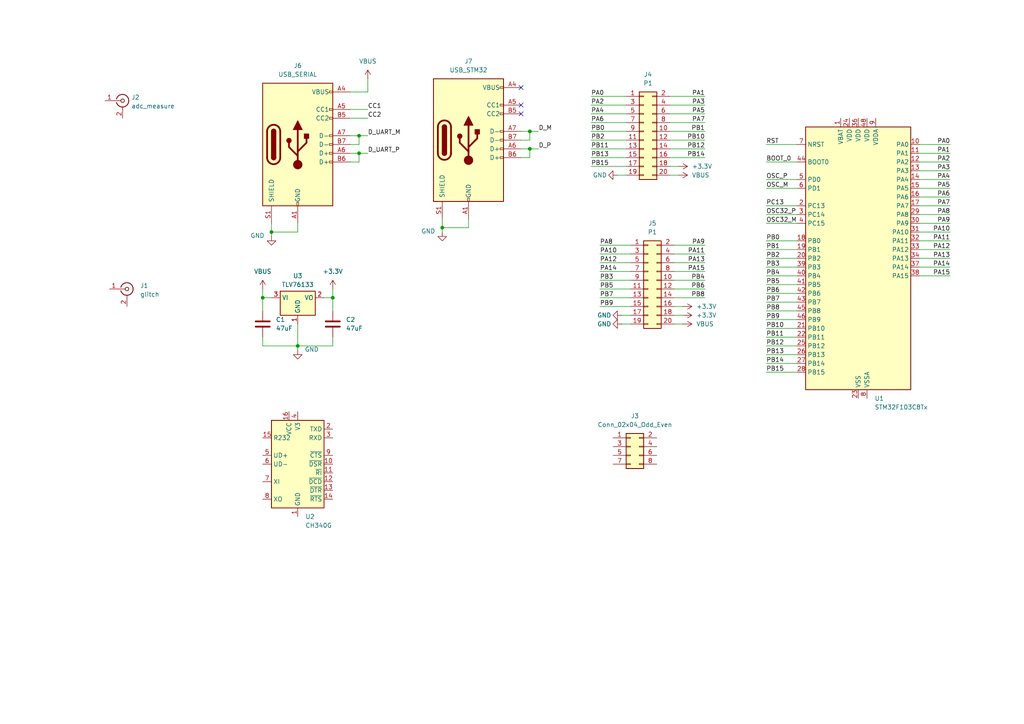
<source format=kicad_sch>
(kicad_sch (version 20231120) (generator "eeschema") (generator_version "8.0")
  (paper "A4")
  (lib_symbols
    (symbol "Connector:Conn_Coaxial" (pin_names (offset 1.016) hide)
      (property "Reference" "J" (at 0.254 3.048 0))
      (property "Value" "Conn_Coaxial" (at 2.921 0 90))
      (symbol "Conn_Coaxial_0_1"
        (arc (start -1.778 -0.508) (mid 0.2311 -1.8066) (end 1.778 0) (stroke (width 0.254)))
        (polyline (pts (xy -2.54 0) (xy -0.508 0)))
        (polyline (pts (xy 0 -2.54) (xy 0 -1.778)))
        (circle (center 0 0) (radius 0.508) (stroke (width 0.2032)))
        (arc (start 1.778 0) (mid 0.2099 1.8101) (end -1.778 0.508) (stroke (width 0.254)))
      )
      (symbol "Conn_Coaxial_1_1"
        (pin passive line (at -5.08 0 0) (length 2.54) (name "In") (number "1"))
        (pin passive line (at 0 -5.08 90) (length 2.54) (name "Ext") (number "2"))
      )
    )
    (symbol "Connector:USB_C_Receptacle_USB2.0_14P" (pin_names (offset 1.016))
      (property "Reference" "J" (at 0 22.225 0))
      (property "Value" "USB_C_Receptacle_USB2.0_14P" (at 0 19.685 0))
      (symbol "USB_C_Receptacle_USB2.0_14P_0_0"
        (rectangle (start -0.254 -17.78) (end 0.254 -16.764))
        (rectangle (start 10.16 -4.826) (end 9.144 -5.334))
        (rectangle (start 10.16 -2.286) (end 9.144 -2.794))
        (rectangle (start 10.16 0.254) (end 9.144 -0.254))
        (rectangle (start 10.16 2.794) (end 9.144 2.286))
        (rectangle (start 10.16 7.874) (end 9.144 7.366))
        (rectangle (start 10.16 10.414) (end 9.144 9.906))
        (rectangle (start 10.16 15.494) (end 9.144 14.986))
      )
      (symbol "USB_C_Receptacle_USB2.0_14P_0_1"
        (rectangle (start -10.16 17.78) (end 10.16 -17.78) (stroke (width 0.254)) (fill (type background)))
        (arc (start -8.89 -3.81) (mid -6.985 -5.7067) (end -5.08 -3.81) (stroke (width 0.508)))
        (arc (start -7.62 -3.81) (mid -6.985 -4.4423) (end -6.35 -3.81) (stroke (width 0.254)))
        (arc (start -7.62 -3.81) (mid -6.985 -4.4423) (end -6.35 -3.81) (stroke (width 0.254)) (fill (type outline)))
        (rectangle (start -7.62 -3.81) (end -6.35 3.81) (stroke (width 0.254)) (fill (type outline)))
        (arc (start -6.35 3.81) (mid -6.985 4.4423) (end -7.62 3.81) (stroke (width 0.254)))
        (arc (start -6.35 3.81) (mid -6.985 4.4423) (end -7.62 3.81) (stroke (width 0.254)) (fill (type outline)))
        (arc (start -5.08 3.81) (mid -6.985 5.7067) (end -8.89 3.81) (stroke (width 0.508)))
        (circle (center -2.54 1.143) (radius 0.635) (stroke (width 0.254)) (fill (type outline)))
        (circle (center 0 -5.842) (radius 1.27) (fill (type outline)))
        (polyline (pts (xy -8.89 -3.81) (xy -8.89 3.81)) (stroke (width 0.508)))
        (polyline (pts (xy -5.08 3.81) (xy -5.08 -3.81)) (stroke (width 0.508)))
        (polyline (pts (xy 0 -5.842) (xy 0 4.318)) (stroke (width 0.508)))
        (polyline (pts (xy 0 -3.302) (xy -2.54 -0.762) (xy -2.54 0.508)) (stroke (width 0.508)))
        (polyline (pts (xy 0 -2.032) (xy 2.54 0.508) (xy 2.54 1.778)) (stroke (width 0.508)))
        (polyline (pts (xy -1.27 4.318) (xy 0 6.858) (xy 1.27 4.318) (xy -1.27 4.318)) (stroke (width 0.254)) (fill (type outline)))
        (rectangle (start 1.905 1.778) (end 3.175 3.048) (stroke (width 0.254)) (fill (type outline)))
      )
      (symbol "USB_C_Receptacle_USB2.0_14P_1_1"
        (pin passive line (at 0 -22.86 90) (length 5.08) (name "GND") (number "A1"))
        (pin passive line (at 0 -22.86 90) (length 5.08) hide (name "GND") (number "A12"))
        (pin passive line (at 15.24 15.24 180) (length 5.08) (name "VBUS") (number "A4"))
        (pin bidirectional line (at 15.24 10.16 180) (length 5.08) (name "CC1") (number "A5"))
        (pin bidirectional line (at 15.24 -2.54 180) (length 5.08) (name "D+") (number "A6"))
        (pin bidirectional line (at 15.24 2.54 180) (length 5.08) (name "D-") (number "A7"))
        (pin passive line (at 15.24 15.24 180) (length 5.08) hide (name "VBUS") (number "A9"))
        (pin passive line (at 0 -22.86 90) (length 5.08) hide (name "GND") (number "B1"))
        (pin passive line (at 0 -22.86 90) (length 5.08) hide (name "GND") (number "B12"))
        (pin passive line (at 15.24 15.24 180) (length 5.08) hide (name "VBUS") (number "B4"))
        (pin bidirectional line (at 15.24 7.62 180) (length 5.08) (name "CC2") (number "B5"))
        (pin bidirectional line (at 15.24 -5.08 180) (length 5.08) (name "D+") (number "B6"))
        (pin bidirectional line (at 15.24 0 180) (length 5.08) (name "D-") (number "B7"))
        (pin passive line (at 15.24 15.24 180) (length 5.08) hide (name "VBUS") (number "B9"))
        (pin passive line (at -7.62 -22.86 90) (length 5.08) (name "SHIELD") (number "S1"))
      )
    )
    (symbol "Connector_Generic:Conn_02x04_Odd_Even" (pin_names (offset 1.016) hide)
      (property "Reference" "J" (at 1.27 5.08 0))
      (property "Value" "Conn_02x04_Odd_Even" (at 1.27 -7.62 0))
      (symbol "Conn_02x04_Odd_Even_1_1"
        (rectangle (start -1.27 -4.953) (end 0 -5.207) (stroke (width 0.1524)))
        (rectangle (start -1.27 -2.413) (end 0 -2.667) (stroke (width 0.1524)))
        (rectangle (start -1.27 0.127) (end 0 -0.127) (stroke (width 0.1524)))
        (rectangle (start -1.27 2.667) (end 0 2.413) (stroke (width 0.1524)))
        (rectangle (start -1.27 3.81) (end 3.81 -6.35) (stroke (width 0.254)) (fill (type background)))
        (rectangle (start 3.81 -4.953) (end 2.54 -5.207) (stroke (width 0.1524)))
        (rectangle (start 3.81 -2.413) (end 2.54 -2.667) (stroke (width 0.1524)))
        (rectangle (start 3.81 0.127) (end 2.54 -0.127) (stroke (width 0.1524)))
        (rectangle (start 3.81 2.667) (end 2.54 2.413) (stroke (width 0.1524)))
        (pin passive line (at -5.08 2.54 0) (length 3.81) (name "Pin_1") (number "1"))
        (pin passive line (at 7.62 2.54 180) (length 3.81) (name "Pin_2") (number "2"))
        (pin passive line (at -5.08 0 0) (length 3.81) (name "Pin_3") (number "3"))
        (pin passive line (at 7.62 0 180) (length 3.81) (name "Pin_4") (number "4"))
        (pin passive line (at -5.08 -2.54 0) (length 3.81) (name "Pin_5") (number "5"))
        (pin passive line (at 7.62 -2.54 180) (length 3.81) (name "Pin_6") (number "6"))
        (pin passive line (at -5.08 -5.08 0) (length 3.81) (name "Pin_7") (number "7"))
        (pin passive line (at 7.62 -5.08 180) (length 3.81) (name "Pin_8") (number "8"))
      )
    )
    (symbol "Connector_Generic:Conn_02x10_Odd_Even" (pin_names (offset 1.016) hide)
      (property "Reference" "J" (at 1.27 12.7 0))
      (property "Value" "Conn_02x10_Odd_Even" (at 1.27 -15.24 0))
      (symbol "Conn_02x10_Odd_Even_1_1"
        (rectangle (start -1.27 -12.573) (end 0 -12.827) (stroke (width 0.1524)))
        (rectangle (start -1.27 -10.033) (end 0 -10.287) (stroke (width 0.1524)))
        (rectangle (start -1.27 -7.493) (end 0 -7.747) (stroke (width 0.1524)))
        (rectangle (start -1.27 -4.953) (end 0 -5.207) (stroke (width 0.1524)))
        (rectangle (start -1.27 -2.413) (end 0 -2.667) (stroke (width 0.1524)))
        (rectangle (start -1.27 0.127) (end 0 -0.127) (stroke (width 0.1524)))
        (rectangle (start -1.27 2.667) (end 0 2.413) (stroke (width 0.1524)))
        (rectangle (start -1.27 5.207) (end 0 4.953) (stroke (width 0.1524)))
        (rectangle (start -1.27 7.747) (end 0 7.493) (stroke (width 0.1524)))
        (rectangle (start -1.27 10.287) (end 0 10.033) (stroke (width 0.1524)))
        (rectangle (start -1.27 11.43) (end 3.81 -13.97) (stroke (width 0.254)) (fill (type background)))
        (rectangle (start 3.81 -12.573) (end 2.54 -12.827) (stroke (width 0.1524)))
        (rectangle (start 3.81 -10.033) (end 2.54 -10.287) (stroke (width 0.1524)))
        (rectangle (start 3.81 -7.493) (end 2.54 -7.747) (stroke (width 0.1524)))
        (rectangle (start 3.81 -4.953) (end 2.54 -5.207) (stroke (width 0.1524)))
        (rectangle (start 3.81 -2.413) (end 2.54 -2.667) (stroke (width 0.1524)))
        (rectangle (start 3.81 0.127) (end 2.54 -0.127) (stroke (width 0.1524)))
        (rectangle (start 3.81 2.667) (end 2.54 2.413) (stroke (width 0.1524)))
        (rectangle (start 3.81 5.207) (end 2.54 4.953) (stroke (width 0.1524)))
        (rectangle (start 3.81 7.747) (end 2.54 7.493) (stroke (width 0.1524)))
        (rectangle (start 3.81 10.287) (end 2.54 10.033) (stroke (width 0.1524)))
        (pin passive line (at -5.08 10.16 0) (length 3.81) (name "Pin_1") (number "1"))
        (pin passive line (at 7.62 0 180) (length 3.81) (name "Pin_10") (number "10"))
        (pin passive line (at -5.08 -2.54 0) (length 3.81) (name "Pin_11") (number "11"))
        (pin passive line (at 7.62 -2.54 180) (length 3.81) (name "Pin_12") (number "12"))
        (pin passive line (at -5.08 -5.08 0) (length 3.81) (name "Pin_13") (number "13"))
        (pin passive line (at 7.62 -5.08 180) (length 3.81) (name "Pin_14") (number "14"))
        (pin passive line (at -5.08 -7.62 0) (length 3.81) (name "Pin_15") (number "15"))
        (pin passive line (at 7.62 -7.62 180) (length 3.81) (name "Pin_16") (number "16"))
        (pin passive line (at -5.08 -10.16 0) (length 3.81) (name "Pin_17") (number "17"))
        (pin passive line (at 7.62 -10.16 180) (length 3.81) (name "Pin_18") (number "18"))
        (pin passive line (at -5.08 -12.7 0) (length 3.81) (name "Pin_19") (number "19"))
        (pin passive line (at 7.62 10.16 180) (length 3.81) (name "Pin_2") (number "2"))
        (pin passive line (at 7.62 -12.7 180) (length 3.81) (name "Pin_20") (number "20"))
        (pin passive line (at -5.08 7.62 0) (length 3.81) (name "Pin_3") (number "3"))
        (pin passive line (at 7.62 7.62 180) (length 3.81) (name "Pin_4") (number "4"))
        (pin passive line (at -5.08 5.08 0) (length 3.81) (name "Pin_5") (number "5"))
        (pin passive line (at 7.62 5.08 180) (length 3.81) (name "Pin_6") (number "6"))
        (pin passive line (at -5.08 2.54 0) (length 3.81) (name "Pin_7") (number "7"))
        (pin passive line (at 7.62 2.54 180) (length 3.81) (name "Pin_8") (number "8"))
        (pin passive line (at -5.08 0 0) (length 3.81) (name "Pin_9") (number "9"))
      )
    )
    (symbol "Device:C" (pin_numbers hide) (pin_names (offset 0.254))
      (property "Reference" "C" (at 0.635 2.54 0))
      (property "Value" "C" (at 0.635 -2.54 0))
      (symbol "C_0_1"
        (polyline (pts (xy -2.032 -0.762) (xy 2.032 -0.762)) (stroke (width 0.508)))
        (polyline (pts (xy -2.032 0.762) (xy 2.032 0.762)) (stroke (width 0.508)))
      )
      (symbol "C_1_1"
        (pin passive line (at 0 3.81 270) (length 2.794) (name "~") (number "1"))
        (pin passive line (at 0 -3.81 90) (length 2.794) (name "~") (number "2"))
      )
    )
    (symbol "Interface_USB:CH340G"
      (property "Reference" "U" (at -5.08 13.97 0))
      (property "Value" "CH340G" (at 1.27 13.97 0))
      (symbol "CH340G_0_1"
        (rectangle (start -7.62 12.7) (end 7.62 -12.7) (stroke (width 0.254)) (fill (type background)))
      )
      (symbol "CH340G_1_1"
        (pin power_in line (at 0 -15.24 90) (length 2.54) (name "GND") (number "1"))
        (pin input line (at 10.16 0 180) (length 2.54) (name "~{DSR}") (number "10"))
        (pin input line (at 10.16 -2.54 180) (length 2.54) (name "~{RI}") (number "11"))
        (pin input line (at 10.16 -5.08 180) (length 2.54) (name "~{DCD}") (number "12"))
        (pin output line (at 10.16 -7.62 180) (length 2.54) (name "~{DTR}") (number "13"))
        (pin output line (at 10.16 -10.16 180) (length 2.54) (name "~{RTS}") (number "14"))
        (pin input line (at -10.16 7.62 0) (length 2.54) (name "R232") (number "15"))
        (pin power_in line (at -2.54 15.24 270) (length 2.54) (name "VCC") (number "16"))
        (pin output line (at 10.16 10.16 180) (length 2.54) (name "TXD") (number "2"))
        (pin input line (at 10.16 7.62 180) (length 2.54) (name "RXD") (number "3"))
        (pin power_out line (at 0 15.24 270) (length 2.54) (name "V3") (number "4"))
        (pin bidirectional line (at -10.16 2.54 0) (length 2.54) (name "UD+") (number "5"))
        (pin bidirectional line (at -10.16 0 0) (length 2.54) (name "UD-") (number "6"))
        (pin input line (at -10.16 -5.08 0) (length 2.54) (name "XI") (number "7"))
        (pin output line (at -10.16 -10.16 0) (length 2.54) (name "XO") (number "8"))
        (pin input line (at 10.16 2.54 180) (length 2.54) (name "~{CTS}") (number "9"))
      )
    )
    (symbol "MCU_ST_STM32F1:STM32F103C8Tx"
      (property "Reference" "U" (at -15.24 39.37 0))
      (property "Value" "STM32F103C8Tx" (at 7.62 39.37 0))
      (symbol "STM32F103C8Tx_0_1"
        (rectangle (start -15.24 -38.1) (end 15.24 38.1) (stroke (width 0.254)) (fill (type background)))
      )
      (symbol "STM32F103C8Tx_1_1"
        (pin power_in line (at -5.08 40.64 270) (length 2.54) (name "VBAT") (number "1"))
        (pin bidirectional line (at 17.78 33.02 180) (length 2.54) (name "PA0") (number "10"))
        (pin bidirectional line (at 17.78 30.48 180) (length 2.54) (name "PA1") (number "11"))
        (pin bidirectional line (at 17.78 27.94 180) (length 2.54) (name "PA2") (number "12"))
        (pin bidirectional line (at 17.78 25.4 180) (length 2.54) (name "PA3") (number "13"))
        (pin bidirectional line (at 17.78 22.86 180) (length 2.54) (name "PA4") (number "14"))
        (pin bidirectional line (at 17.78 20.32 180) (length 2.54) (name "PA5") (number "15"))
        (pin bidirectional line (at 17.78 17.78 180) (length 2.54) (name "PA6") (number "16"))
        (pin bidirectional line (at 17.78 15.24 180) (length 2.54) (name "PA7") (number "17"))
        (pin bidirectional line (at -17.78 5.08 0) (length 2.54) (name "PB0") (number "18"))
        (pin bidirectional line (at -17.78 2.54 0) (length 2.54) (name "PB1") (number "19"))
        (pin bidirectional line (at -17.78 15.24 0) (length 2.54) (name "PC13") (number "2"))
        (pin bidirectional line (at -17.78 0 0) (length 2.54) (name "PB2") (number "20"))
        (pin bidirectional line (at -17.78 -20.32 0) (length 2.54) (name "PB10") (number "21"))
        (pin bidirectional line (at -17.78 -22.86 0) (length 2.54) (name "PB11") (number "22"))
        (pin power_in line (at 0 -40.64 90) (length 2.54) (name "VSS") (number "23"))
        (pin power_in line (at -2.54 40.64 270) (length 2.54) (name "VDD") (number "24"))
        (pin bidirectional line (at -17.78 -25.4 0) (length 2.54) (name "PB12") (number "25"))
        (pin bidirectional line (at -17.78 -27.94 0) (length 2.54) (name "PB13") (number "26"))
        (pin bidirectional line (at -17.78 -30.48 0) (length 2.54) (name "PB14") (number "27"))
        (pin bidirectional line (at -17.78 -33.02 0) (length 2.54) (name "PB15") (number "28"))
        (pin bidirectional line (at 17.78 12.7 180) (length 2.54) (name "PA8") (number "29"))
        (pin bidirectional line (at -17.78 12.7 0) (length 2.54) (name "PC14") (number "3"))
        (pin bidirectional line (at 17.78 10.16 180) (length 2.54) (name "PA9") (number "30"))
        (pin bidirectional line (at 17.78 7.62 180) (length 2.54) (name "PA10") (number "31"))
        (pin bidirectional line (at 17.78 5.08 180) (length 2.54) (name "PA11") (number "32"))
        (pin bidirectional line (at 17.78 2.54 180) (length 2.54) (name "PA12") (number "33"))
        (pin bidirectional line (at 17.78 0 180) (length 2.54) (name "PA13") (number "34"))
        (pin passive line (at 0 -40.64 90) (length 2.54) hide (name "VSS") (number "35"))
        (pin power_in line (at 0 40.64 270) (length 2.54) (name "VDD") (number "36"))
        (pin bidirectional line (at 17.78 -2.54 180) (length 2.54) (name "PA14") (number "37"))
        (pin bidirectional line (at 17.78 -5.08 180) (length 2.54) (name "PA15") (number "38"))
        (pin bidirectional line (at -17.78 -2.54 0) (length 2.54) (name "PB3") (number "39"))
        (pin bidirectional line (at -17.78 10.16 0) (length 2.54) (name "PC15") (number "4"))
        (pin bidirectional line (at -17.78 -5.08 0) (length 2.54) (name "PB4") (number "40"))
        (pin bidirectional line (at -17.78 -7.62 0) (length 2.54) (name "PB5") (number "41"))
        (pin bidirectional line (at -17.78 -10.16 0) (length 2.54) (name "PB6") (number "42"))
        (pin bidirectional line (at -17.78 -12.7 0) (length 2.54) (name "PB7") (number "43"))
        (pin input line (at -17.78 27.94 0) (length 2.54) (name "BOOT0") (number "44"))
        (pin bidirectional line (at -17.78 -15.24 0) (length 2.54) (name "PB8") (number "45"))
        (pin bidirectional line (at -17.78 -17.78 0) (length 2.54) (name "PB9") (number "46"))
        (pin passive line (at 0 -40.64 90) (length 2.54) hide (name "VSS") (number "47"))
        (pin power_in line (at 2.54 40.64 270) (length 2.54) (name "VDD") (number "48"))
        (pin bidirectional line (at -17.78 22.86 0) (length 2.54) (name "PD0") (number "5"))
        (pin bidirectional line (at -17.78 20.32 0) (length 2.54) (name "PD1") (number "6"))
        (pin input line (at -17.78 33.02 0) (length 2.54) (name "NRST") (number "7"))
        (pin power_in line (at 2.54 -40.64 90) (length 2.54) (name "VSSA") (number "8"))
        (pin power_in line (at 5.08 40.64 270) (length 2.54) (name "VDDA") (number "9"))
      )
    )
    (symbol "Regulator_Linear:AMS1117-3.3"
      (property "Reference" "U" (at -3.81 3.175 0))
      (property "Value" "AMS1117-3.3" (at 0 3.175 0))
      (symbol "AMS1117-3.3_0_1"
        (rectangle (start -5.08 -5.08) (end 5.08 1.905) (stroke (width 0.254)) (fill (type background)))
      )
      (symbol "AMS1117-3.3_1_1"
        (pin power_in line (at 0 -7.62 90) (length 2.54) (name "GND") (number "1"))
        (pin power_out line (at 7.62 0 180) (length 2.54) (name "VO") (number "2"))
        (pin power_in line (at -7.62 0 0) (length 2.54) (name "VI") (number "3"))
      )
    )
    (symbol "power:+3.3V" (power) (pin_numbers hide) (pin_names (offset 0) hide)
      (property "Value" "+3.3V" (at 0 3.556 0))
      (symbol "+3.3V_0_1"
        (polyline (pts (xy -0.762 1.27) (xy 0 2.54)))
        (polyline (pts (xy 0 0) (xy 0 2.54)))
        (polyline (pts (xy 0 2.54) (xy 0.762 1.27)))
      )
      (symbol "+3.3V_1_1"
        (pin power_in line (at 0 0 90) (length 0) (name "~") (number "1"))
      )
    )
    (symbol "power:GND" (power) (pin_numbers hide) (pin_names (offset 0) hide)
      (property "Value" "GND" (at 0 -3.81 0))
      (symbol "GND_0_1"
        (polyline (pts (xy 0 0) (xy 0 -1.27) (xy 1.27 -1.27) (xy 0 -2.54) (xy -1.27 -1.27) (xy 0 -1.27)))
      )
      (symbol "GND_1_1"
        (pin power_in line (at 0 0 270) (length 0) (name "~") (number "1"))
      )
    )
    (symbol "power:VBUS" (power) (pin_numbers hide) (pin_names (offset 0) hide)
      (property "Value" "VBUS" (at 0 3.556 0))
      (symbol "VBUS_0_1"
        (polyline (pts (xy -0.762 1.27) (xy 0 2.54)))
        (polyline (pts (xy 0 0) (xy 0 2.54)))
        (polyline (pts (xy 0 2.54) (xy 0.762 1.27)))
      )
      (symbol "VBUS_1_1"
        (pin power_in line (at 0 0 90) (length 0) (name "~") (number "1"))
      )
    )
  )
  (junction (at 86.36 100.33))
  (junction (at 104.14 44.45))
  (junction (at 76.2 86.36))
  (junction (at 96.52 86.36))
  (junction (at 104.14 39.37))
  (junction (at 153.67 38.1))
  (junction (at 128.27 66.04))
  (junction (at 78.74 67.31))
  (junction (at 153.67 43.18))
  (no_connect (at 151.13 30.48))
  (no_connect (at 151.13 25.4))
  (no_connect (at 151.13 33.02))
  (wire (pts (xy 96.52 86.36) (xy 93.98 86.36)))
  (wire (pts (xy 180.34 93.98) (xy 182.88 93.98)))
  (wire (pts (xy 182.88 78.74) (xy 173.99 78.74)))
  (wire (pts (xy 171.45 30.48) (xy 181.61 30.48)))
  (wire (pts (xy 171.45 45.72) (xy 181.61 45.72)))
  (wire (pts (xy 266.7 64.77) (xy 275.59 64.77)))
  (wire (pts (xy 222.25 52.07) (xy 231.14 52.07)))
  (wire (pts (xy 151.13 43.18) (xy 153.67 43.18)))
  (wire (pts (xy 266.7 57.15) (xy 275.59 57.15)))
  (wire (pts (xy 173.99 81.28) (xy 182.88 81.28)))
  (wire (pts (xy 194.31 43.18) (xy 204.47 43.18)))
  (wire (pts (xy 222.25 95.25) (xy 231.14 95.25)))
  (wire (pts (xy 171.45 40.64) (xy 181.61 40.64)))
  (wire (pts (xy 222.25 87.63) (xy 231.14 87.63)))
  (wire (pts (xy 153.67 40.64) (xy 153.67 38.1)))
  (wire (pts (xy 222.25 107.95) (xy 231.14 107.95)))
  (wire (pts (xy 101.6 41.91) (xy 104.14 41.91)))
  (wire (pts (xy 171.45 48.26) (xy 181.61 48.26)))
  (wire (pts (xy 151.13 45.72) (xy 153.67 45.72)))
  (wire (pts (xy 171.45 33.02) (xy 181.61 33.02)))
  (wire (pts (xy 266.7 54.61) (xy 275.59 54.61)))
  (wire (pts (xy 204.47 38.1) (xy 194.31 38.1)))
  (wire (pts (xy 101.6 26.67) (xy 106.68 26.67)))
  (wire (pts (xy 266.7 52.07) (xy 275.59 52.07)))
  (wire (pts (xy 194.31 45.72) (xy 204.47 45.72)))
  (wire (pts (xy 101.6 39.37) (xy 104.14 39.37)))
  (wire (pts (xy 266.7 72.39) (xy 275.59 72.39)))
  (wire (pts (xy 204.47 83.82) (xy 195.58 83.82)))
  (wire (pts (xy 101.6 34.29) (xy 106.68 34.29)))
  (wire (pts (xy 195.58 78.74) (xy 204.47 78.74)))
  (wire (pts (xy 222.25 46.99) (xy 231.14 46.99)))
  (wire (pts (xy 171.45 38.1) (xy 181.61 38.1)))
  (wire (pts (xy 204.47 33.02) (xy 194.31 33.02)))
  (wire (pts (xy 222.25 90.17) (xy 231.14 90.17)))
  (wire (pts (xy 171.45 27.94) (xy 181.61 27.94)))
  (wire (pts (xy 171.45 43.18) (xy 181.61 43.18)))
  (wire (pts (xy 266.7 59.69) (xy 275.59 59.69)))
  (wire (pts (xy 194.31 40.64) (xy 204.47 40.64)))
  (wire (pts (xy 222.25 74.93) (xy 231.14 74.93)))
  (wire (pts (xy 266.7 49.53) (xy 275.59 49.53)))
  (wire (pts (xy 153.67 38.1) (xy 156.21 38.1)))
  (wire (pts (xy 195.58 73.66) (xy 204.47 73.66)))
  (wire (pts (xy 222.25 77.47) (xy 231.14 77.47)))
  (wire (pts (xy 151.13 38.1) (xy 153.67 38.1)))
  (wire (pts (xy 204.47 27.94) (xy 194.31 27.94)))
  (wire (pts (xy 222.25 72.39) (xy 231.14 72.39)))
  (wire (pts (xy 266.7 80.01) (xy 275.59 80.01)))
  (wire (pts (xy 222.25 97.79) (xy 231.14 97.79)))
  (wire (pts (xy 153.67 43.18) (xy 156.21 43.18)))
  (wire (pts (xy 173.99 83.82) (xy 182.88 83.82)))
  (wire (pts (xy 222.25 80.01) (xy 231.14 80.01)))
  (wire (pts (xy 195.58 93.98) (xy 198.12 93.98)))
  (wire (pts (xy 171.45 35.56) (xy 181.61 35.56)))
  (wire (pts (xy 266.7 46.99) (xy 275.59 46.99)))
  (wire (pts (xy 222.25 41.91) (xy 231.14 41.91)))
  (wire (pts (xy 104.14 39.37) (xy 106.68 39.37)))
  (wire (pts (xy 104.14 41.91) (xy 104.14 39.37)))
  (wire (pts (xy 173.99 88.9) (xy 182.88 88.9)))
  (wire (pts (xy 101.6 31.75) (xy 106.68 31.75)))
  (wire (pts (xy 101.6 44.45) (xy 104.14 44.45)))
  (wire (pts (xy 222.25 105.41) (xy 231.14 105.41)))
  (wire (pts (xy 182.88 71.12) (xy 173.99 71.12)))
  (wire (pts (xy 182.88 73.66) (xy 173.99 73.66)))
  (wire (pts (xy 86.36 100.33) (xy 86.36 101.6)))
  (wire (pts (xy 222.25 64.77) (xy 231.14 64.77)))
  (wire (pts (xy 204.47 81.28) (xy 195.58 81.28)))
  (wire (pts (xy 106.68 22.86) (xy 106.68 26.67)))
  (wire (pts (xy 76.2 86.36) (xy 78.74 86.36)))
  (wire (pts (xy 195.58 91.44) (xy 198.12 91.44)))
  (wire (pts (xy 151.13 40.64) (xy 153.67 40.64)))
  (wire (pts (xy 204.47 86.36) (xy 195.58 86.36)))
  (wire (pts (xy 76.2 97.79) (xy 76.2 100.33)))
  (wire (pts (xy 86.36 100.33) (xy 86.36 93.98)))
  (wire (pts (xy 222.25 85.09) (xy 231.14 85.09)))
  (wire (pts (xy 222.25 102.87) (xy 231.14 102.87)))
  (wire (pts (xy 104.14 46.99) (xy 104.14 44.45)))
  (wire (pts (xy 222.25 100.33) (xy 231.14 100.33)))
  (wire (pts (xy 128.27 66.04) (xy 128.27 67.31)))
  (wire (pts (xy 222.25 82.55) (xy 231.14 82.55)))
  (wire (pts (xy 78.74 67.31) (xy 78.74 68.58)))
  (wire (pts (xy 222.25 69.85) (xy 231.14 69.85)))
  (wire (pts (xy 194.31 50.8) (xy 196.85 50.8)))
  (wire (pts (xy 182.88 76.2) (xy 173.99 76.2)))
  (wire (pts (xy 153.67 45.72) (xy 153.67 43.18)))
  (wire (pts (xy 266.7 69.85) (xy 275.59 69.85)))
  (wire (pts (xy 195.58 76.2) (xy 204.47 76.2)))
  (wire (pts (xy 135.89 66.04) (xy 128.27 66.04)))
  (wire (pts (xy 222.25 92.71) (xy 231.14 92.71)))
  (wire (pts (xy 101.6 46.99) (xy 104.14 46.99)))
  (wire (pts (xy 104.14 44.45) (xy 106.68 44.45)))
  (wire (pts (xy 194.31 48.26) (xy 196.85 48.26)))
  (wire (pts (xy 96.52 97.79) (xy 96.52 100.33)))
  (wire (pts (xy 266.7 67.31) (xy 275.59 67.31)))
  (wire (pts (xy 222.25 54.61) (xy 231.14 54.61)))
  (wire (pts (xy 96.52 90.17) (xy 96.52 86.36)))
  (wire (pts (xy 173.99 86.36) (xy 182.88 86.36)))
  (wire (pts (xy 195.58 88.9) (xy 198.12 88.9)))
  (wire (pts (xy 86.36 67.31) (xy 78.74 67.31)))
  (wire (pts (xy 179.07 50.8) (xy 181.61 50.8)))
  (wire (pts (xy 266.7 77.47) (xy 275.59 77.47)))
  (wire (pts (xy 266.7 62.23) (xy 275.59 62.23)))
  (wire (pts (xy 222.25 59.69) (xy 231.14 59.69)))
  (wire (pts (xy 96.52 86.36) (xy 96.52 83.82)))
  (wire (pts (xy 195.58 71.12) (xy 204.47 71.12)))
  (wire (pts (xy 204.47 30.48) (xy 194.31 30.48)))
  (wire (pts (xy 78.74 64.77) (xy 78.74 67.31)))
  (wire (pts (xy 266.7 74.93) (xy 275.59 74.93)))
  (wire (pts (xy 96.52 100.33) (xy 86.36 100.33)))
  (wire (pts (xy 222.25 62.23) (xy 231.14 62.23)))
  (wire (pts (xy 86.36 64.77) (xy 86.36 67.31)))
  (wire (pts (xy 128.27 63.5) (xy 128.27 66.04)))
  (wire (pts (xy 180.34 91.44) (xy 182.88 91.44)))
  (wire (pts (xy 76.2 86.36) (xy 76.2 83.82)))
  (wire (pts (xy 266.7 44.45) (xy 275.59 44.45)))
  (wire (pts (xy 76.2 100.33) (xy 86.36 100.33)))
  (wire (pts (xy 194.31 35.56) (xy 204.47 35.56)))
  (wire (pts (xy 135.89 63.5) (xy 135.89 66.04)))
  (wire (pts (xy 76.2 90.17) (xy 76.2 86.36)))
  (wire (pts (xy 266.7 41.91) (xy 275.59 41.91)))
  (label "PB2" (at 222.25 74.93 0))
  (label "PA12" (at 275.59 72.39 180))
  (label "PB4" (at 204.47 81.28 180))
  (label "PB14" (at 222.25 105.41 0))
  (label "OSC_P" (at 222.25 52.07 0))
  (label "PB5" (at 222.25 82.55 0))
  (label "PB6" (at 204.47 83.82 180))
  (label "PA5" (at 275.59 54.61 180))
  (label "PA5" (at 204.47 33.02 180))
  (label "PB14" (at 204.47 45.72 180))
  (label "PA8" (at 173.99 71.12 0))
  (label "BOOT_0" (at 222.25 46.99 0))
  (label "PB10" (at 222.25 95.25 0))
  (label "PA3" (at 204.47 30.48 180))
  (label "PA7" (at 275.59 59.69 180))
  (label "PB11" (at 171.45 43.18 0))
  (label "PA10" (at 275.59 67.31 180))
  (label "PB9" (at 222.25 92.71 0))
  (label "RST" (at 222.25 41.91 0))
  (label "PA1" (at 204.47 27.94 180))
  (label "PA2" (at 275.59 46.99 180))
  (label "PB7" (at 173.99 86.36 0))
  (label "PB11" (at 222.25 97.79 0))
  (label "PA0" (at 171.45 27.94 0))
  (label "CC1" (at 106.68 31.75 0))
  (label "PA6" (at 171.45 35.56 0))
  (label "PA15" (at 275.59 80.01 180))
  (label "PA13" (at 275.59 74.93 180))
  (label "PA11" (at 275.59 69.85 180))
  (label "PA1" (at 275.59 44.45 180))
  (label "PA15" (at 204.47 78.74 180))
  (label "PA14" (at 173.99 78.74 0))
  (label "PA11" (at 204.47 73.66 180))
  (label "PA6" (at 275.59 57.15 180))
  (label "PB1" (at 204.47 38.1 180))
  (label "PB9" (at 173.99 88.9 0))
  (label "OSC32_M" (at 222.25 64.77 0))
  (label "PB13" (at 171.45 45.72 0))
  (label "PA9" (at 275.59 64.77 180))
  (label "PA0" (at 275.59 41.91 180))
  (label "PB12" (at 204.47 43.18 180))
  (label "PA10" (at 173.99 73.66 0))
  (label "PB13" (at 222.25 102.87 0))
  (label "PA4" (at 171.45 33.02 0))
  (label "D_P" (at 156.21 43.18 0))
  (label "PA9" (at 204.47 71.12 180))
  (label "PB2" (at 171.45 40.64 0))
  (label "PA2" (at 171.45 30.48 0))
  (label "PB1" (at 222.25 72.39 0))
  (label "CC2" (at 106.68 34.29 0))
  (label "OSC_M" (at 222.25 54.61 0))
  (label "PA13" (at 204.47 76.2 180))
  (label "D_UART_P" (at 106.68 44.45 0))
  (label "PB3" (at 173.99 81.28 0))
  (label "PB7" (at 222.25 87.63 0))
  (label "PA3" (at 275.59 49.53 180))
  (label "PA8" (at 275.59 62.23 180))
  (label "PB0" (at 222.25 69.85 0))
  (label "PB5" (at 173.99 83.82 0))
  (label "PB15" (at 171.45 48.26 0))
  (label "PB4" (at 222.25 80.01 0))
  (label "OSC32_P" (at 222.25 62.23 0))
  (label "PB10" (at 204.47 40.64 180))
  (label "PC13" (at 222.25 59.69 0))
  (label "D_M" (at 156.21 38.1 0))
  (label "PB12" (at 222.25 100.33 0))
  (label "PA7" (at 204.47 35.56 180))
  (label "PB0" (at 171.45 38.1 0))
  (label "PA14" (at 275.59 77.47 180))
  (label "PA12" (at 173.99 76.2 0))
  (label "PB3" (at 222.25 77.47 0))
  (label "PB8" (at 222.25 90.17 0))
  (label "D_UART_M" (at 106.68 39.37 0))
  (label "PA4" (at 275.59 52.07 180))
  (label "PB6" (at 222.25 85.09 0))
  (label "PB15" (at 222.25 107.95 0))
  (label "PB8" (at 204.47 86.36 180))
  (symbol (lib_id "Connector_Generic:Conn_02x04_Odd_Even") (at 182.88 129.54 0) (unit 1)
    (property "Reference" "J3" (at 184.15 120.65 0))
    (property "Value" "Conn_02x04_Odd_Even" (at 184.15 123.19 0))
    (property "Description" "Generic connector, double row, 02x04, odd/even pin numbering scheme (row 1 odd numbers, row 2 even numbers), script generated (kicad-library-utils/schlib/autogen/connector/)" (effects (hide yes)))
  )
  (symbol (lib_id "power:GND") (at 78.74 68.58 0) (mirror y) (unit 1)
    (property "Reference" "#PWR13" (effects (hide yes)))
    (property "Value" "GND" (at 74.676 68.326 0))
    (property "Description" "Power symbol creates a global label with name \"GND\" , ground" (effects (hide yes)))
  )
  (symbol (lib_id "power:+3.3V") (at 198.12 88.9 270) (unit 1)
    (property "Reference" "#PWR11" (effects (hide yes)))
    (property "Value" "+3.3V" (at 201.93 88.8999 90) (effects (justify left)))
    (property "Description" "Power symbol creates a global label with name \"+3.3V\"" (effects (hide yes)))
  )
  (symbol (lib_id "Connector_Generic:Conn_02x10_Odd_Even") (at 187.96 81.28 0) (unit 1)
    (property "Reference" "J5" (at 189.23 64.77 0))
    (property "Value" "P1" (at 189.23 67.31 0))
    (property "Footprint" "Connector_PinHeader_2.54mm:PinHeader_2x10_P2.54mm_Vertical" (effects (hide yes)))
    (property "Description" "Generic connector, double row, 02x10, odd/even pin numbering scheme (row 1 odd numbers, row 2 even numbers), script generated (kicad-library-utils/schlib/autogen/connector/)" (effects (hide yes)))
  )
  (symbol (lib_id "MCU_ST_STM32F1:STM32F103C8Tx") (at 248.92 74.93 0) (unit 1)
    (property "Reference" "U1" (at 253.6541 115.57 0) (effects (justify left)))
    (property "Value" "STM32F103C8Tx" (at 253.6541 118.11 0) (effects (justify left)))
    (property "Footprint" "Package_QFP:LQFP-48_7x7mm_P0.5mm" (effects (hide yes)))
    (property "Datasheet" "https://www.st.com/resource/en/datasheet/stm32f103c8.pdf" (effects (hide yes)))
    (property "Description" "STMicroelectronics Arm Cortex-M3 MCU, 64KB flash, 20KB RAM, 72 MHz, 2.0-3.6V, 37 GPIO, LQFP48" (effects (hide yes)))
  )
  (symbol (lib_id "Device:C") (at 96.52 93.98 0) (unit 1)
    (property "Reference" "C2" (at 100.33 92.7099 0) (effects (justify left)))
    (property "Value" "47uF" (at 100.33 95.2499 0) (effects (justify left)))
    (property "Footprint" "Capacitor_SMD:C_1206_3216Metric" (effects (hide yes)))
    (property "Description" "Unpolarized capacitor" (effects (hide yes)))
  )
  (symbol (lib_id "power:VBUS") (at 106.68 22.86 0) (unit 1)
    (property "Reference" "#PWR12" (effects (hide yes)))
    (property "Value" "VBUS" (at 106.68 17.78 0))
    (property "Description" "Power symbol creates a global label with name \"VBUS\"" (effects (hide yes)))
  )
  (symbol (lib_id "Connector:Conn_Coaxial") (at 35.56 29.21 0) (unit 1)
    (property "Reference" "J2" (at 38.1 28.2331 0) (effects (justify left)))
    (property "Value" "adc_measure" (at 38.1 30.7731 0) (effects (justify left)))
    (property "Footprint" "Connector_Coaxial:SMA_Amphenol_132289_EdgeMount" (effects (hide yes)))
    (property "Description" "coaxial connector (BNC, SMA, SMB, SMC, Cinch/RCA, LEMO, ...)" (effects (hide yes)))
  )
  (symbol (lib_id "Connector:USB_C_Receptacle_USB2.0_14P") (at 135.89 40.64 0) (unit 1)
    (property "Reference" "J7" (at 135.89 17.78 0))
    (property "Value" "USB_STM32" (at 135.89 20.32 0))
    (property "Datasheet" "https://www.usb.org/sites/default/files/documents/usb_type-c.zip" (effects (hide yes)))
    (property "Description" "USB 2.0-only 14P Type-C Receptacle connector" (effects (hide yes)))
  )
  (symbol (lib_id "Device:C") (at 76.2 93.98 0) (unit 1)
    (property "Reference" "C1" (at 80.01 92.7099 0) (effects (justify left)))
    (property "Value" "47uF" (at 80.01 95.2499 0) (effects (justify left)))
    (property "Footprint" "Capacitor_SMD:C_1206_3216Metric" (effects (hide yes)))
    (property "Description" "Unpolarized capacitor" (effects (hide yes)))
  )
  (symbol (lib_id "power:VBUS") (at 198.12 93.98 270) (unit 1)
    (property "Reference" "#PWR9" (effects (hide yes)))
    (property "Value" "VBUS" (at 201.93 93.9799 90) (effects (justify left)))
    (property "Description" "Power symbol creates a global label with name \"VBUS\"" (effects (hide yes)))
  )
  (symbol (lib_id "power:VBUS") (at 196.85 50.8 270) (unit 1)
    (property "Reference" "#PWR4" (effects (hide yes)))
    (property "Value" "VBUS" (at 200.66 50.7999 90) (effects (justify left)))
    (property "Description" "Power symbol creates a global label with name \"VBUS\"" (effects (hide yes)))
  )
  (symbol (lib_id "power:GND") (at 180.34 93.98 270) (unit 1)
    (property "Reference" "#PWR7" (effects (hide yes)))
    (property "Value" "GND" (at 175.26 93.98 90))
    (property "Description" "Power symbol creates a global label with name \"GND\" , ground" (effects (hide yes)))
  )
  (symbol (lib_id "power:VBUS") (at 76.2 83.82 0) (unit 1)
    (property "Reference" "#PWR1" (effects (hide yes)))
    (property "Value" "VBUS" (at 76.2 78.74 0))
    (property "Description" "Power symbol creates a global label with name \"VBUS\"" (effects (hide yes)))
  )
  (symbol (lib_id "Connector_Generic:Conn_02x10_Odd_Even") (at 186.69 38.1 0) (unit 1)
    (property "Reference" "J4" (at 187.96 21.59 0))
    (property "Value" "P1" (at 187.96 24.13 0))
    (property "Footprint" "Connector_PinHeader_2.54mm:PinHeader_2x10_P2.54mm_Vertical" (effects (hide yes)))
    (property "Description" "Generic connector, double row, 02x10, odd/even pin numbering scheme (row 1 odd numbers, row 2 even numbers), script generated (kicad-library-utils/schlib/autogen/connector/)" (effects (hide yes)))
  )
  (symbol (lib_id "power:GND") (at 180.34 91.44 270) (unit 1)
    (property "Reference" "#PWR10" (effects (hide yes)))
    (property "Value" "GND" (at 175.26 91.44 90))
    (property "Description" "Power symbol creates a global label with name \"GND\" , ground" (effects (hide yes)))
  )
  (symbol (lib_id "Interface_USB:CH340G") (at 86.36 134.62 0) (unit 1)
    (property "Reference" "U2" (at 88.5541 149.86 0) (effects (justify left)))
    (property "Value" "CH340G" (at 88.5541 152.4 0) (effects (justify left)))
    (property "Footprint" "Package_SO:SOIC-16_3.9x9.9mm_P1.27mm" (effects (hide yes)))
    (property "Datasheet" "http://www.datasheet5.com/pdf-local-2195953" (effects (hide yes)))
    (property "Description" "USB serial converter, UART, SOIC-16" (effects (hide yes)))
  )
  (symbol (lib_id "Connector:USB_C_Receptacle_USB2.0_14P") (at 86.36 41.91 0) (unit 1)
    (property "Reference" "J6" (at 86.36 19.05 0))
    (property "Value" "USB_SERIAL" (at 86.36 21.59 0))
    (property "Datasheet" "https://www.usb.org/sites/default/files/documents/usb_type-c.zip" (effects (hide yes)))
    (property "Description" "USB 2.0-only 14P Type-C Receptacle connector" (effects (hide yes)))
  )
  (symbol (lib_id "power:GND") (at 86.36 101.6 0) (unit 1)
    (property "Reference" "#PWR2" (effects (hide yes)))
    (property "Value" "GND" (at 90.424 101.346 0))
    (property "Description" "Power symbol creates a global label with name \"GND\" , ground" (effects (hide yes)))
  )
  (symbol (lib_id "power:+3.3V") (at 196.85 48.26 270) (unit 1)
    (property "Reference" "#PWR6" (effects (hide yes)))
    (property "Value" "+3.3V" (at 200.66 48.2599 90) (effects (justify left)))
    (property "Description" "Power symbol creates a global label with name \"+3.3V\"" (effects (hide yes)))
  )
  (symbol (lib_id "Regulator_Linear:AMS1117-3.3") (at 86.36 86.36 0) (unit 1)
    (property "Reference" "U3" (at 86.36 80.01 0))
    (property "Value" "TLV76133" (at 86.36 82.55 0))
    (property "Footprint" "Package_TO_SOT_SMD:SOT-223-3_TabPin2" (effects (hide yes)))
    (property "Description" "1A Low Dropout regulator, positive, 3.3V fixed output, SOT-223" (effects (hide yes)))
    (property "LCSC" "C7527500" (effects (hide yes)))
  )
  (symbol (lib_id "Connector:Conn_Coaxial") (at 36.83 83.82 0) (unit 1)
    (property "Reference" "J1" (at 40.64 82.8431 0) (effects (justify left)))
    (property "Value" "glitch" (at 40.64 85.3831 0) (effects (justify left)))
    (property "Footprint" "Connector_Coaxial:SMA_Amphenol_132289_EdgeMount" (effects (hide yes)))
    (property "Description" "coaxial connector (BNC, SMA, SMB, SMC, Cinch/RCA, LEMO, ...)" (effects (hide yes)))
  )
  (symbol (lib_id "power:+3.3V") (at 198.12 91.44 270) (unit 1)
    (property "Reference" "#PWR8" (effects (hide yes)))
    (property "Value" "+3.3V" (at 201.93 91.4399 90) (effects (justify left)))
    (property "Description" "Power symbol creates a global label with name \"+3.3V\"" (effects (hide yes)))
  )
  (symbol (lib_id "power:+3.3V") (at 96.52 83.82 0) (unit 1)
    (property "Reference" "#PWR3" (effects (hide yes)))
    (property "Value" "+3.3V" (at 96.52 78.74 0))
    (property "Description" "Power symbol creates a global label with name \"+3.3V\"" (effects (hide yes)))
  )
  (symbol (lib_id "power:GND") (at 179.07 50.8 270) (unit 1)
    (property "Reference" "#PWR5" (effects (hide yes)))
    (property "Value" "GND" (at 173.99 50.8 90))
    (property "Description" "Power symbol creates a global label with name \"GND\" , ground" (effects (hide yes)))
  )
  (symbol (lib_id "power:GND") (at 128.27 67.31 0) (mirror y) (unit 1)
    (property "Reference" "#PWR14" (effects (hide yes)))
    (property "Value" "GND" (at 124.206 67.056 0))
    (property "Description" "Power symbol creates a global label with name \"GND\" , ground" (effects (hide yes)))
  )
)
</source>
